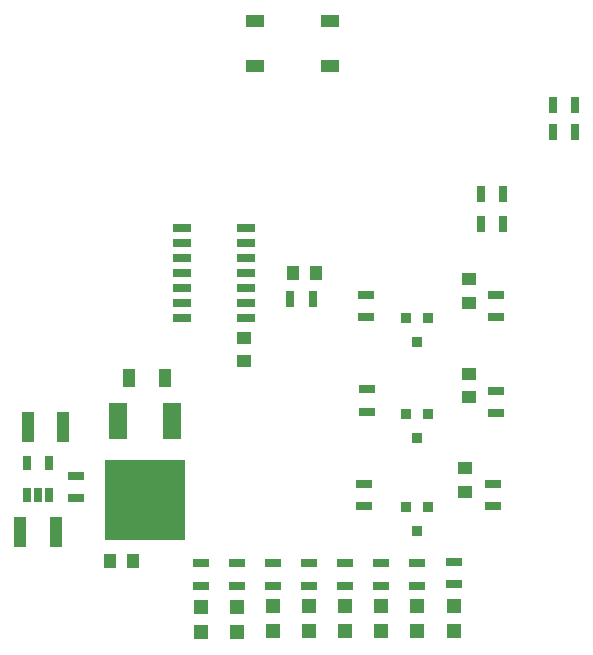
<source format=gtp>
G04 #@! TF.FileFunction,Paste,Top*
%FSLAX46Y46*%
G04 Gerber Fmt 4.6, Leading zero omitted, Abs format (unit mm)*
G04 Created by KiCad (PCBNEW 4.0.2-4+6225~38~ubuntu14.04.1-stable) date Thu 05 Jan 2017 08:44:10 PM CET*
%MOMM*%
G01*
G04 APERTURE LIST*
%ADD10C,0.100000*%
%ADD11R,1.550800X0.650800*%
%ADD12R,1.350800X0.750800*%
%ADD13R,1.249680X1.249680*%
%ADD14R,1.300800X1.050800*%
%ADD15R,1.050800X1.300800*%
%ADD16R,1.050800X2.550800*%
%ADD17R,0.850800X0.950800*%
%ADD18R,0.750800X1.350800*%
%ADD19R,1.650800X1.050800*%
%ADD20R,6.750800X6.750800*%
%ADD21R,1.650800X3.050800*%
%ADD22R,0.790800X1.240800*%
%ADD23R,1.050800X1.650800*%
G04 APERTURE END LIST*
D10*
D11*
X114460000Y-149225000D03*
X114460000Y-147955000D03*
X114460000Y-146685000D03*
X114460000Y-145415000D03*
X114460000Y-144145000D03*
X114460000Y-142875000D03*
X114460000Y-141605000D03*
X109060000Y-141605000D03*
X109060000Y-142875000D03*
X109060000Y-144145000D03*
X109060000Y-145415000D03*
X109060000Y-146685000D03*
X109060000Y-147955000D03*
X109060000Y-149225000D03*
D12*
X116713000Y-169992000D03*
X116713000Y-171892000D03*
D13*
X116713000Y-173575980D03*
X116713000Y-175674020D03*
D14*
X114300000Y-150892000D03*
X114300000Y-152892000D03*
D15*
X102886000Y-169799000D03*
X104886000Y-169799000D03*
D16*
X95337500Y-167322500D03*
X98337500Y-167322500D03*
X95972500Y-158432500D03*
X98972500Y-158432500D03*
D14*
X132969000Y-163941000D03*
X132969000Y-161941000D03*
X133350000Y-155940000D03*
X133350000Y-153940000D03*
X133350000Y-147939000D03*
X133350000Y-145939000D03*
D13*
X110617000Y-173702980D03*
X110617000Y-175801020D03*
X113665000Y-173702980D03*
X113665000Y-175801020D03*
X125857000Y-173575980D03*
X125857000Y-175674020D03*
X128905000Y-173575980D03*
X128905000Y-175674020D03*
X132080000Y-173575980D03*
X132080000Y-175674020D03*
D17*
X129855000Y-165243000D03*
X127955000Y-165243000D03*
X128905000Y-167243000D03*
X129855000Y-157369000D03*
X127955000Y-157369000D03*
X128905000Y-159369000D03*
X129855000Y-149241000D03*
X127955000Y-149241000D03*
X128905000Y-151241000D03*
D18*
X118176000Y-147574000D03*
X120076000Y-147574000D03*
X136205000Y-138684000D03*
X134305000Y-138684000D03*
X136205000Y-141224000D03*
X134305000Y-141224000D03*
X140401000Y-131191000D03*
X142301000Y-131191000D03*
X140401000Y-133477000D03*
X142301000Y-133477000D03*
D12*
X100012500Y-164462500D03*
X100012500Y-162562500D03*
X110617000Y-169992000D03*
X110617000Y-171892000D03*
X113665000Y-169992000D03*
X113665000Y-171892000D03*
X124460000Y-163261000D03*
X124460000Y-165161000D03*
X124714000Y-155260000D03*
X124714000Y-157160000D03*
X124587000Y-147259000D03*
X124587000Y-149159000D03*
X125857000Y-171892000D03*
X125857000Y-169992000D03*
X128905000Y-171892000D03*
X128905000Y-169992000D03*
X132080000Y-171765000D03*
X132080000Y-169865000D03*
X135382000Y-165161000D03*
X135382000Y-163261000D03*
X135636000Y-157287000D03*
X135636000Y-155387000D03*
X135636000Y-149159000D03*
X135636000Y-147259000D03*
D19*
X121564000Y-127884000D03*
X115164000Y-127884000D03*
X121564000Y-124084000D03*
X115164000Y-124084000D03*
D20*
X105918000Y-164592000D03*
D21*
X103618000Y-157942000D03*
X108218000Y-157942000D03*
D22*
X95887500Y-161527500D03*
X97787500Y-161527500D03*
X96837500Y-164227500D03*
X95887500Y-164227500D03*
X97787500Y-164227500D03*
D13*
X119761000Y-173575980D03*
X119761000Y-175674020D03*
X122809000Y-173575980D03*
X122809000Y-175674020D03*
D12*
X119761000Y-169992000D03*
X119761000Y-171892000D03*
X122809000Y-169992000D03*
X122809000Y-171892000D03*
D23*
X104545000Y-154305000D03*
X107545000Y-154305000D03*
D15*
X118380000Y-145415000D03*
X120380000Y-145415000D03*
M02*

</source>
